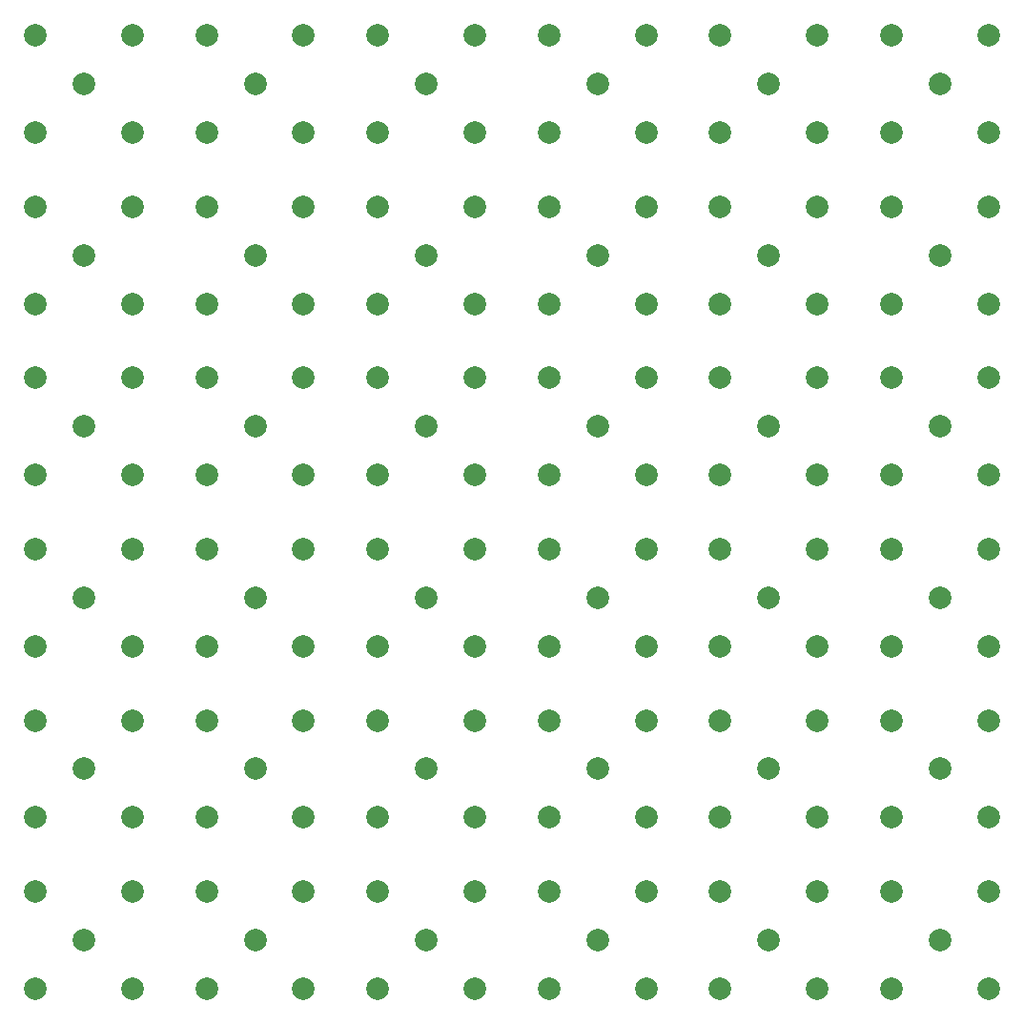
<source format=gbr>
G04 #@! TF.GenerationSoftware,KiCad,Pcbnew,5.1.5+dfsg1-2build2*
G04 #@! TF.CreationDate,2022-03-04T22:17:49-05:00*
G04 #@! TF.ProjectId,,58585858-5858-4585-9858-585858585858,rev?*
G04 #@! TF.SameCoordinates,Original*
G04 #@! TF.FileFunction,Copper,L2,Bot*
G04 #@! TF.FilePolarity,Positive*
%FSLAX46Y46*%
G04 Gerber Fmt 4.6, Leading zero omitted, Abs format (unit mm)*
G04 Created by KiCad (PCBNEW 5.1.5+dfsg1-2build2) date 2022-03-04 22:17:49*
%MOMM*%
%LPD*%
G04 APERTURE LIST*
%ADD10C,1.998980*%
G04 APERTURE END LIST*
D10*
X196703760Y-151400320D03*
X181503760Y-151400320D03*
X166303760Y-151400320D03*
X151103760Y-151400320D03*
X135903760Y-151400320D03*
X120703760Y-151400320D03*
X196703760Y-136200320D03*
X181503760Y-136200320D03*
X166303760Y-136200320D03*
X151103760Y-136200320D03*
X135903760Y-136200320D03*
X120703760Y-136200320D03*
X196703760Y-121000320D03*
X181503760Y-121000320D03*
X166303760Y-121000320D03*
X151103760Y-121000320D03*
X135903760Y-121000320D03*
X120703760Y-121000320D03*
X196703760Y-105800320D03*
X181503760Y-105800320D03*
X166303760Y-105800320D03*
X151103760Y-105800320D03*
X135903760Y-105800320D03*
X120703760Y-105800320D03*
X196703760Y-90600320D03*
X181503760Y-90600320D03*
X166303760Y-90600320D03*
X151103760Y-90600320D03*
X135903760Y-90600320D03*
X120703760Y-90600320D03*
X196703760Y-75400320D03*
X181503760Y-75400320D03*
X166303760Y-75400320D03*
X151103760Y-75400320D03*
X135903760Y-75400320D03*
X201003760Y-155700320D03*
X185803760Y-155700320D03*
X170603760Y-155700320D03*
X155403760Y-155700320D03*
X140203760Y-155700320D03*
X125003760Y-155700320D03*
X201003760Y-140500320D03*
X185803760Y-140500320D03*
X170603760Y-140500320D03*
X155403760Y-140500320D03*
X140203760Y-140500320D03*
X125003760Y-140500320D03*
X201003760Y-125300320D03*
X185803760Y-125300320D03*
X170603760Y-125300320D03*
X155403760Y-125300320D03*
X140203760Y-125300320D03*
X125003760Y-125300320D03*
X201003760Y-110100320D03*
X185803760Y-110100320D03*
X170603760Y-110100320D03*
X155403760Y-110100320D03*
X140203760Y-110100320D03*
X125003760Y-110100320D03*
X201003760Y-94900320D03*
X185803760Y-94900320D03*
X170603760Y-94900320D03*
X155403760Y-94900320D03*
X140203760Y-94900320D03*
X125003760Y-94900320D03*
X201003760Y-79700320D03*
X185803760Y-79700320D03*
X170603760Y-79700320D03*
X155403760Y-79700320D03*
X140203760Y-79700320D03*
X201003760Y-147100320D03*
X185803760Y-147100320D03*
X170603760Y-147100320D03*
X155403760Y-147100320D03*
X140203760Y-147100320D03*
X125003760Y-147100320D03*
X201003760Y-131900320D03*
X185803760Y-131900320D03*
X170603760Y-131900320D03*
X155403760Y-131900320D03*
X140203760Y-131900320D03*
X125003760Y-131900320D03*
X201003760Y-116700320D03*
X185803760Y-116700320D03*
X170603760Y-116700320D03*
X155403760Y-116700320D03*
X140203760Y-116700320D03*
X125003760Y-116700320D03*
X201003760Y-101500320D03*
X185803760Y-101500320D03*
X170603760Y-101500320D03*
X155403760Y-101500320D03*
X140203760Y-101500320D03*
X125003760Y-101500320D03*
X201003760Y-86300320D03*
X185803760Y-86300320D03*
X170603760Y-86300320D03*
X155403760Y-86300320D03*
X140203760Y-86300320D03*
X125003760Y-86300320D03*
X201003760Y-71100320D03*
X185803760Y-71100320D03*
X170603760Y-71100320D03*
X155403760Y-71100320D03*
X140203760Y-71100320D03*
X192403760Y-155700320D03*
X177203760Y-155700320D03*
X162003760Y-155700320D03*
X146803760Y-155700320D03*
X131603760Y-155700320D03*
X116403760Y-155700320D03*
X192403760Y-140500320D03*
X177203760Y-140500320D03*
X162003760Y-140500320D03*
X146803760Y-140500320D03*
X131603760Y-140500320D03*
X116403760Y-140500320D03*
X192403760Y-125300320D03*
X177203760Y-125300320D03*
X162003760Y-125300320D03*
X146803760Y-125300320D03*
X131603760Y-125300320D03*
X116403760Y-125300320D03*
X192403760Y-110100320D03*
X177203760Y-110100320D03*
X162003760Y-110100320D03*
X146803760Y-110100320D03*
X131603760Y-110100320D03*
X116403760Y-110100320D03*
X192403760Y-94900320D03*
X177203760Y-94900320D03*
X162003760Y-94900320D03*
X146803760Y-94900320D03*
X131603760Y-94900320D03*
X116403760Y-94900320D03*
X192403760Y-79700320D03*
X177203760Y-79700320D03*
X162003760Y-79700320D03*
X146803760Y-79700320D03*
X131603760Y-79700320D03*
X192403760Y-147100320D03*
X177203760Y-147100320D03*
X162003760Y-147100320D03*
X146803760Y-147100320D03*
X131603760Y-147100320D03*
X116403760Y-147100320D03*
X192403760Y-131900320D03*
X177203760Y-131900320D03*
X162003760Y-131900320D03*
X146803760Y-131900320D03*
X131603760Y-131900320D03*
X116403760Y-131900320D03*
X192403760Y-116700320D03*
X177203760Y-116700320D03*
X162003760Y-116700320D03*
X146803760Y-116700320D03*
X131603760Y-116700320D03*
X116403760Y-116700320D03*
X192403760Y-101500320D03*
X177203760Y-101500320D03*
X162003760Y-101500320D03*
X146803760Y-101500320D03*
X131603760Y-101500320D03*
X116403760Y-101500320D03*
X192403760Y-86300320D03*
X177203760Y-86300320D03*
X162003760Y-86300320D03*
X146803760Y-86300320D03*
X131603760Y-86300320D03*
X116403760Y-86300320D03*
X192403760Y-71100320D03*
X177203760Y-71100320D03*
X162003760Y-71100320D03*
X146803760Y-71100320D03*
X131603760Y-71100320D03*
X120703760Y-75400320D03*
X125003760Y-79700320D03*
X116403760Y-79700320D03*
X125003760Y-71100320D03*
X116403760Y-71100320D03*
M02*

</source>
